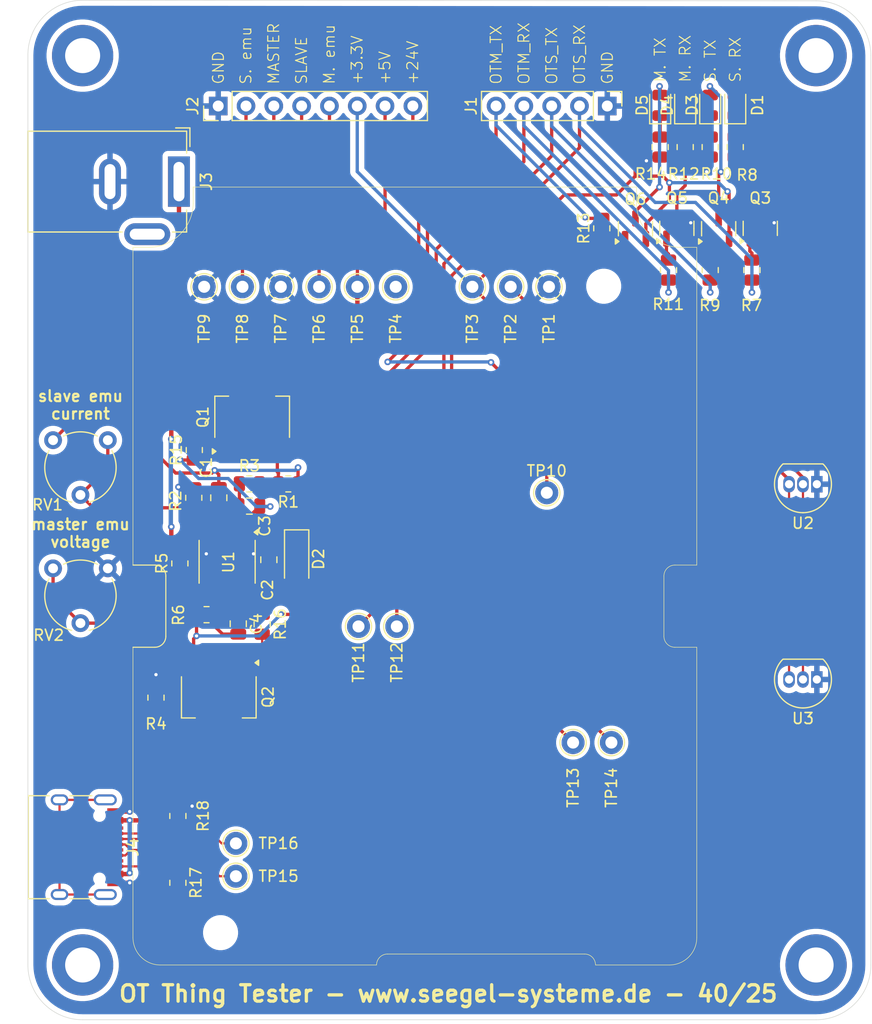
<source format=kicad_pcb>
(kicad_pcb (version 20241229) (generator "pcbnew") (generator_version "9.0")
  (layers (0 "F.Cu" signal) (2 "B.Cu" signal) (13 "F.Paste" user) (15 "B.Paste" user) (5 "F.SilkS" user "F.Silkscreen") (7 "B.SilkS" user "B.Silkscreen") (1 "F.Mask" user) (3 "B.Mask" user) (25 "Edge.Cuts" user))
  (net 0 "")
  (net 1 "Net-(D2-K)")
  (net 3 "+3.3V")
  (net 4 "+24V")
  (net 5 "Net-(Q1-B)")
  (net 6 "Net-(Q1-E)")
  (net 7 "Net-(U1B--)")
  (net 8 "/S_TEST")
  (net 9 "Net-(J1-Pin_4)")
  (net 10 "Net-(J1-Pin_3)")
  (net 11 "Net-(J1-Pin_2)")
  (net 12 "Net-(Q2-B)")
  (net 13 "/M_TEST")
  (net 14 "Net-(Q2-C-Pad2)")
  (net 15 "GND")
  (net 16 "Net-(U1A-+)")
  (net 17 "Net-(U1A--)")
  (net 18 "Net-(U1B-+)")
  (net 19 "Net-(J1-Pin_5)")
  (net 20 "Net-(D3-A)")
  (net 21 "Net-(D5-A)")
  (net 22 "+5V")
  (net 23 "/SLAVE+")
  (net 24 "/MASTER+")
  (net 25 "Net-(D1-K)")
  (net 26 "Net-(D3-K)")
  (net 27 "Net-(D4-K)")
  (net 28 "Net-(D5-K)")
  (net 29 "Net-(Q3-C)")
  (net 30 "Net-(Q3-B)")
  (net 31 "Net-(Q4-B)")
  (net 32 "Net-(Q5-B)")
  (net 33 "Net-(Q5-C)")
  (net 34 "Net-(Q6-B)")
  (net 35 "/DQ")
  (net 36 "+28V")
  (net 37 "Net-(C3-Pad2)")
  (net 38 "Net-(C4-Pad2)")
  (net 40 "Net-(J4-D+-PadA6)")
  (net 43 "Net-(J4-D--PadA7)")
  (net 44 "Net-(J4-CC1)")
  (net 45 "unconnected-(J4-SHIELD-PadS1)")
  (net 46 "Net-(J4-CC2)")
  (footprint "Resistor_SMD:R_0805_2012Metric" (layer "F.Cu") (at 124.8 113.1 -90)
    (property "Reference" "R16")
    (property "Value" "4k7")
  )
  (footprint "Library:TestPoint_THTPad_D2.0mm_Drill1.1mm" (layer "F.Cu") (at 123 82.3)
    (property "Reference" "TP8")
    (property "Value" "MASTER+")
  )
  (footprint "Resistor_SMD:R_0805_2012Metric" (layer "F.Cu") (at 165.728 69.5475 90)
    (property "Reference" "R10")
    (property "Value" "120")
  )
  (footprint "Connector_BarrelJack:BarrelJack_GCT_DCJ200-10-A_Horizontal" (layer "F.Cu") (at 117.2 72.7 -90)
    (property "Reference" "J3")
    (property "Value" "Barrel_Jack_Switch")
  )
  (footprint "Package_TO_SOT_SMD:SOT-23" (layer "F.Cu") (at 166.5 77 90)
    (property "Reference" "Q4")
    (property "Value" "BC857")
  )
  (footprint "Capacitor_SMD:C_0805_2012Metric" (layer "F.Cu") (at 125.41 107.212 90)
    (property "Reference" "C2")
    (property "Value" "100n")
  )
  (footprint "Library:TestPoint_THTPad_D2.0mm_Drill1.1mm" (layer "F.Cu") (at 150.8 101.1)
    (property "Reference" "TP10")
    (property "Value" "24V")
  )
  (footprint "Resistor_SMD:R_0805_2012Metric" (layer "F.Cu") (at 163.442 69.5475 90)
    (property "Reference" "R12")
    (property "Value" "120")
  )
  (footprint "LED_SMD:LED_0805_2012Metric" (layer "F.Cu") (at 161.156 65.7375 90)
    (property "Reference" "D5")
    (property "Value" "LED")
  )
  (footprint "Library:TestPoint_THTPad_D2.0mm_Drill1.1mm" (layer "F.Cu") (at 153.2 123.9)
    (property "Reference" "TP13")
    (property "Value" "OTS_TX")
  )
  (footprint "Package_TO_SOT_SMD:SOT-23" (layer "F.Cu") (at 158.9 77 90)
    (property "Reference" "Q6")
    (property "Value" "BC857")
  )
  (footprint "Resistor_SMD:R_0805_2012Metric" (layer "F.Cu") (at 115.1 119.8 90)
    (property "Reference" "R4")
    (property "Value" "100")
  )
  (footprint "MountingHole:MountingHole_2.7mm_M2.5" (layer "F.Cu") (at 156 82.25)
    (property "Reference" "H1" (hide yes))
    (property "Value" "MountingHole")
  )
  (footprint "Capacitor_SMD:C_0805_2012Metric" (layer "F.Cu") (at 123.632 102.32)
    (property "Reference" "C3")
    (property "Value" "47p")
  )
  (footprint "Diode_SMD:D_MiniMELF" (layer "F.Cu") (at 127.95 107.146 -90)
    (property "Reference" "D2")
    (property "Value" "3V3")
  )
  (footprint "Resistor_SMD:R_0805_2012Metric" (layer "F.Cu") (at 119.7185 112.226 180)
    (property "Reference" "R6")
    (property "Value" "2k2")
  )
  (footprint "LED_SMD:LED_0805_2012Metric" (layer "F.Cu") (at 165.728 65.7375 90)
    (property "Reference" "D3")
    (property "Value" "LED")
  )
  (footprint "Connector_PinHeader_2.54mm:PinHeader_1x05_P2.54mm_Vertical" (layer "F.Cu") (at 156.325 65.8 -90)
    (property "Reference" "J1")
    (property "Value" "Conn_01x05" (hide yes))
  )
  (footprint "Package_TO_SOT_SMD:SOT-223" (layer "F.Cu") (at 123.886 94.192 90)
    (property "Reference" "Q1")
    (property "Value" "BSP62")
  )
  (footprint "Library:TestPoint_THTPad_D2.0mm_Drill1.1mm" (layer "F.Cu") (at 144 82.3)
    (property "Reference" "TP3")
    (property "Value" "3.3V")
  )
  (footprint "Package_TO_SOT_SMD:SOT-23" (layer "F.Cu") (at 170.3 76.966 90)
    (property "Reference" "Q3")
    (property "Value" "BC847")
  )
  (footprint "Resistor_SMD:R_0805_2012Metric" (layer "F.Cu") (at 165.728 80.776 -90)
    (property "Reference" "R9")
    (property "Value" "4k7")
  )
  (footprint "MountingHole:MountingHole_3.2mm_M3_DIN965_Pad" (layer "F.Cu") (at 108.4 61.2)
    (property "Reference" "H3" (hide yes))
    (property "Value" "MountingHole" (hide yes))
  )
  (footprint "Resistor_SMD:R_0805_2012Metric" (layer "F.Cu") (at 127.188 100.288 180)
    (property "Reference" "R1")
    (property "Value" "22")
  )
  (footprint "Library:TestPoint_THTPad_D2.0mm_Drill1.1mm" (layer "F.Cu") (at 147.5 82.3)
    (property "Reference" "TP2")
    (property "Value" "1wire")
  )
  (footprint "MountingHole:MountingHole_3.2mm_M3_DIN965_Pad" (layer "F.Cu") (at 175.4 61.2)
    (property "Reference" "H4" (hide yes))
    (property "Value" "MountingHole" (hide yes))
  )
  (footprint "LED_SMD:LED_0805_2012Metric" (layer "F.Cu") (at 168.014 65.7375 90)
    (property "Reference" "D1")
    (property "Value" "LED")
  )
  (footprint "Resistor_SMD:R_0805_2012Metric" (layer "F.Cu") (at 168.014 69.5475 90)
    (property "Reference" "R8")
    (property "Value" "120")
  )
  (footprint "Library:TestPoint_THTPad_D2.0mm_Drill1.1mm" (layer "F.Cu") (at 137.1 113.3)
    (property "Reference" "TP12")
    (property "Value" "OTM_RX")
  )
  (footprint "Resistor_SMD:R_0805_2012Metric" (layer "F.Cu") (at 161.918 80.776 -90)
    (property "Reference" "R11")
    (property "Value" "4k7")
  )
  (footprint "MountingHole:MountingHole_3.2mm_M3_DIN965_Pad" (layer "F.Cu") (at 175.4 144.2)
    (property "Reference" "H6" (hide yes))
    (property "Value" "MountingHole" (hide yes))
  )
  (footprint "Library:TestPoint_THTPad_D2.0mm_Drill1.1mm" (layer "F.Cu") (at 122.4 136.1)
    (property "Reference" "TP15")
    (property "Value" "USB_DP")
  )
  (footprint "Library:TestPoint_THTPad_D2.0mm_Drill1.1mm" (layer "F.Cu") (at 133.6 113.3)
    (property "Reference" "TP11")
    (property "Value" "OTM_TX")
  )
  (footprint "Resistor_SMD:R_0805_2012Metric" (layer "F.Cu") (at 155.822 76.966 90)
    (property "Reference" "R13")
    (property "Value" "4k7")
  )
  (footprint "Library:TestPoint_THTPad_D2.0mm_Drill1.1mm" (layer "F.Cu") (at 137 82.3)
    (property "Reference" "TP4")
    (property "Value" "DI")
  )
  (footprint "Resistor_SMD:R_0805_2012Metric" (layer "F.Cu") (at 118.552 101.558 90)
    (property "Reference" "R2")
    (property "Value" "8k2")
  )
  (footprint "MountingHole:MountingHole_3.2mm_M3_DIN965_Pad" (layer "F.Cu") (at 108.4 144.2)
    (property "Reference" "H5" (hide yes))
    (property "Value" "MountingHole" (hide yes))
  )
  (footprint "MountingHole:MountingHole_2.7mm_M2.5" (layer "F.Cu") (at 121 141.25)
    (property "Reference" "H2" (hide yes))
    (property "Value" "MountingHole")
  )
  (footprint "Library:TestPoint_THTPad_D2.0mm_Drill1.1mm" (layer "F.Cu") (at 133.5 82.3)
    (property "Reference" "TP5")
    (property "Value" "5V")
  )
  (footprint "Package_TO_SOT_SMD:SOT-23" (layer "F.Cu") (at 162.68 76.966 90)
    (property "Reference" "Q5")
    (property "Value" "BC847")
  )
  (footprint "Package_SO:SO-8_3.9x4.9mm_P1.27mm" (layer "F.Cu") (at 121.6 107.4 -90)
    (property "Reference" "U1")
    (property "Value" "LM358")
  )
  (footprint "Resistor_SMD:R_0805_2012Metric" (layer "F.Cu") (at 123.632 100.288)
    (property "Reference" "R3")
    (property "Value" "2k2")
  )
  (footprint "Capacitor_SMD:C_0805_2012Metric" (layer "F.Cu") (at 122.616 113.054 90)
    (property "Reference" "C4")
    (property "Value" "47p")
  )
  (footprint "Capacitor_SMD:C_0805_2012Metric" (layer "F.Cu") (at 120.838 101.558 90)
    (property "Reference" "C1")
    (property "Value" "100n")
  )
  (footprint "Connector_USB:USB_C_Receptacle_HRO_TYPE-C-31-M-12" (layer "F.Cu") (at 107.34 133.45 -90)
    (property "Reference" "J4")
    (property "Value" "USB_C_Receptacle_USB2.0")
  )
  (footprint "Resistor_SMD:R_0805_2012Metric" (layer "F.Cu") (at 117.1 130.6 90)
    (property "Reference" "R18")
    (property "Value" "5k1")
  )
  (footprint "Package_TO_SOT_SMD:SOT-223" (layer "F.Cu") (at 120.838 119.744 -90)
    (property "Reference" "Q2")
    (property "Value" "BSP62")
  )
  (footprint "Potentiometer_THT:Potentiometer_Piher_PT-6-V_Vertical" (layer "F.Cu") (at 105.7 108 -90)
    (property "Reference" "RV2")
    (property "Value" "1k")
  )
  (footprint "Resistor_SMD:R_0805_2012Metric" (layer "F.Cu") (at 117.1 136.7 -90)
    (property "Reference" "R17")
    (property "Value" "5k1")
  )
  (footprint "Resistor_SMD:R_0805_2012Metric" (layer "F.Cu") (at 118.6 97.2 90)
    (property "Reference" "R15")
    (property "Value" "4k7")
  )
  (footprint "Library:TestPoint_THTPad_D2.0mm_Drill1.1mm" (layer "F.Cu") (at 151 82.3)
    (property "Reference" "TP1")
    (property "Value" "GND")
  )
  (footprint "Library:TestPoint_THTPad_D2.0mm_Drill1.1mm" (layer "F.Cu") (at 156.7 123.9)
    (property "Reference" "TP14")
    (property "Value" "OTS_RX")
  )
  (footprint "Resistor_SMD:R_0805_2012Metric" (layer "F.Cu") (at 161.156 69.5475 90)
    (property "Reference" "R14")
    (property "Value" "120")
  )
  (footprint "Resistor_SMD:R_0805_2012Metric" (layer "F.Cu") (at 169.538 80.776 -90)
    (property "Reference" "R7")
    (property "Value" "4k7")
  )
  (footprint "LED_SMD:LED_0805_2012Metric" (layer "F.Cu") (at 163.442 65.7375 90)
    (property "Reference" "D4")
    (property "Value" "LED")
  )
  (footprint "Connector_PinHeader_2.54mm:PinHeader_1x08_P2.54mm_Vertical" (layer "F.Cu") (at 120.785 65.8 90)
    (property "Reference" "J2")
    (property "Value" "Conn_01x08" (hide yes))
  )
  (footprint "Package_TO_SOT_THT:TO-92_Inline" (layer "F.Cu") (at 175.47 100.318 180)
    (property "Reference" "U2")
    (property "Value" "DS18B20")
  )
  (footprint "Library:TestPoint_THTPad_D2.0mm_Drill1.1mm" (layer "F.Cu") (at 130 82.3)
    (property "Reference" "TP6")
    (property "Value" "SLAVE+")
  )
  (footprint "Library:TestPoint_THTPad_D2.0mm_Drill1.1mm" (layer "F.Cu") (at 122.4 133.1)
    (property "Reference" "TP16")
    (property "Value" "USB_DM")
  )
  (footprint "Library:TestPoint_THTPad_D2.0mm_Drill1.1mm" (layer "F.Cu") (at 126.5 82.3)
    (property "Reference" "TP7")
    (property "Value" "SLAVE-")
  )
  (footprint "Library:TestPoint_THTPad_D2.0mm_Drill1.1mm" (layer "F.Cu") (at 119.5 82.3)
    (property "Reference" "TP9")
    (property "Value" "MASTER-")
  )
  (footprint "Package_TO_SOT_THT:TO-92_Inline" (layer "F.Cu") (at 175.47 118.14 180)
    (property "Reference" "U3")
    (property "Value" "DS18B20")
  )
  (footprint "Resistor_SMD:R_0805_2012Metric" (layer "F.Cu") (at 117.282 107.5505 90)
    (property "Reference" "R5")
    (property "Value" "330")
  )
  (footprint "Potentiometer_THT:Potentiometer_Piher_PT-6-V_Vertical" (layer "F.Cu") (at 105.7 96.3 -90)
    (property "Reference" "RV1")
    (property "Value" "1k")
  )
  (gr_line (start 164.5 78.7) (end 164.5 107.7) (stroke (width 0.05)) (layer "F.SilkS"))
  (gr_line (start 113 115.2) (end 113 141.7) (stroke (width 0.05)) (layer "F.SilkS"))
  (gr_line (start 163 78.7) (end 164.5 78.7) (stroke (width 0.05)) (layer "F.SilkS"))
  (gr_arc (start 116 114.2) (mid 115.707114 114.907114) (end 115 115.2) (stroke (width 0.1)) (layer "F.SilkS"))
  (gr_arc (start 118.5 74.7) (mid 117.305771 77.506513) (end 114.499262 78.700752) (stroke (width 0.05)) (layer "F.SilkS"))
  (gr_arc (start 162.5 115.2) (mid 161.792864 114.907136) (end 161.5 114.2) (stroke (width 0.05)) (layer "F.SilkS"))
  (gr_line (start 164.5 107.7) (end 162.5 107.7) (stroke (width 0.05)) (layer "F.SilkS"))
  (gr_line (start 113 107.7) (end 113 78.7) (stroke (width 0.05)) (layer "F.SilkS"))
  (gr_line (start 136.25 143.2) (end 154.25 143.2) (stroke (width 0.05)) (layer "F.SilkS"))
  (gr_line (start 118.5 73.2) (end 159 73.2) (stroke (width 0.05)) (layer "F.SilkS"))
  (gr_arc (start 115.5 144.2) (mid 113.732215 143.467785) (end 113 141.7) (stroke (width 0.05)) (layer "F.SilkS"))
  (gr_line (start 118.5 73.2) (end 118.5 74.7) (stroke (width 0.05)) (layer "F.SilkS"))
  (gr_line (start 164.5 141.7) (end 164.5 115.2) (stroke (width 0.05)) (layer "F.SilkS"))
  (gr_arc (start 161.5 108.7) (mid 161.792893 107.992893) (end 162.5 107.7) (stroke (width 0.05)) (layer "F.SilkS"))
  (gr_arc (start 163 78.7) (mid 160.171555 77.528445) (end 159 74.7) (stroke (width 0.05)) (layer "F.SilkS"))
  (gr_arc (start 135.25 144.2) (mid 135.542893 143.492893) (end 136.25 143.2) (stroke (width 0.05)) (layer "F.SilkS"))
  (gr_line (start 113 78.7) (end 114.499262 78.700752) (stroke (width 0.05)) (layer "F.SilkS"))
  (gr_line (start 116 114.2) (end 116 108.7) (stroke (width 0.1)) (layer "F.SilkS"))
  (gr_line (start 161.5 114.2) (end 161.5 108.7) (stroke (width 0.05)) (layer "F.SilkS"))
  (gr_arc (start 164.5 141.7) (mid 163.767776 143.467776) (end 162 144.2) (stroke (width 0.05)) (layer "F.SilkS"))
  (gr_line (start 113 107.7) (end 115 107.7) (stroke (width 0.1)) (layer "F.SilkS"))
  (gr_line (start 159 73.2) (end 159 74.7) (stroke (width 0.05)) (layer "F.SilkS"))
  (gr_line (start 115 115.2) (end 113 115.2) (stroke (width 0.1)) (layer "F.SilkS"))
  (gr_line (start 115.5 144.2) (end 135.25 144.2) (stroke (width 0.05)) (layer "F.SilkS"))
  (gr_line (start 155.25 144.2) (end 162 144.2) (stroke (width 0.05)) (layer "F.SilkS"))
  (gr_line (start 162.5 115.2) (end 164.5 115.2) (stroke (width 0.05)) (layer "F.SilkS"))
  (gr_arc (start 154.25 143.2) (mid 154.957077 143.492923) (end 155.25 144.2) (stroke (width 0.05)) (layer "F.SilkS"))
  (gr_arc (start 115 107.7) (mid 115.707089 107.992911) (end 116 108.7) (stroke (width 0.1)) (layer "F.SilkS"))
  (gr_arc (start 108.4 149.2) (mid 104.864466 147.735534) (end 103.4 144.2) (stroke (width 0.05)) (layer "Edge.Cuts"))
  (gr_line (start 108.4 56.15) (end 175.4 56.2) (stroke (width 0.05)) (layer "Edge.Cuts"))
  (gr_line (start 180.4 144.2) (end 180.4 61.2) (stroke (width 0.05)) (layer "Edge.Cuts"))
  (gr_line (start 103.4 144.2) (end 103.4 61.15) (stroke (width 0.05)) (layer "Edge.Cuts"))
  (gr_line (start 175.4 149.2) (end 108.4 149.2) (stroke (width 0.05)) (layer "Edge.Cuts"))
  (gr_arc (start 180.4 144.2) (mid 178.935534 147.735534) (end 175.4 149.2) (stroke (width 0.05)) (layer "Edge.Cuts"))
  (gr_arc (start 175.4 56.2) (mid 178.935534 57.664466) (end 180.4 61.2) (stroke (width 0.05)) (layer "Edge.Cuts"))
  (gr_arc (start 103.4 61.15) (mid 104.864466 57.614466) (end 108.4 56.15) (stroke (width 0.05)) (layer "Edge.Cuts"))
  (gr_text "+24V" (at 138.55 63.895 90) (layer "F.SilkS") (effects (font (size 1 1) (thickness 0.1)) (justify left)))
  (gr_text "M. TX" (at 161.156 63.7055 90) (layer "F.SilkS") (effects (font (size 1 1) (thickness 0.1)) (justify left)))
  (gr_text "master emu\nvoltage" (at 108.2 104.785 0) (layer "F.SilkS") (effects (font (size 1 1) (thickness 0.2) (bold yes))))
  (gr_text "S. TX" (at 165.728 63.7055 90) (layer "F.SilkS") (effects (font (size 1 1) (thickness 0.1)) (justify left)))
  (gr_text "M. RX" (at 163.442 63.7055 90) (layer "F.SilkS") (effects (font (size 1 1) (thickness 0.1)) (justify left)))
  (gr_text "GND" (at 156.33 63.895 90) (layer "F.SilkS") (effects (font (size 1 1) (thickness 0.1)) (justify left)))
  (gr_text "+5V" (at 136.01 63.895 90) (layer "F.SilkS") (effects (font (size 1 1) (thickness 0.1)) (justify left)))
  (gr_text "OTS_TX" (at 151.25 63.895 90) (layer "F.SilkS") (effects (font (size 1 1) (thickness 0.1)) (justify left)))
  (gr_text "GND" (at 120.8 63.895 90) (layer "F.SilkS") (effects (font (size 1 1) (thickness 0.1)) (justify left)))
  (gr_text "SLAVE" (at 128.39 63.895 90) (layer "F.SilkS") (effects (font (size 1 1) (thickness 0.1)) (justify left)))
  (gr_text "OTS_RX" (at 153.79 63.895 90) (layer "F.SilkS") (effects (font (size 1 1) (thickness 0.1)) (justify left)))
  (gr_text "S. RX" (at 168.014 63.7055 90) (layer "F.SilkS") (effects (font (size 1 1) (thickness 0.1)) (justify left)))
  (gr_text "+3.3V" (at 133.47 63.895 90) (layer "F.SilkS") (effects (font (size 1 1) (thickness 0.1)) (justify left)))
  (gr_text "OTM_TX" (at 146.17 63.895 90) (layer "F.SilkS") (effects (font (size 1 1) (thickness 0.1)) (justify left)))
  (gr_text "S. emu" (at 123.31 63.895 90) (layer "F.SilkS") (effects (font (size 1 1) (thickness 0.1)) (justify left)))
  (gr_text "M. emu" (at 130.93 63.895 90) (layer "F.SilkS") (effects (font (size 1 1) (thickness 0.1)) (justify left)))
  (gr_text "OTM_RX" (at 148.71 63.895 90) (layer "F.SilkS") (effects (font (size 1 1) (thickness 0.1)) (justify left)))
  (gr_text "slave emu\ncurrent" (at 108.2 93.085 0) (layer "F.SilkS") (effects (font (size 1 1) (thickness 0.2) (bold yes))))
  (gr_text "OT Thing Tester - www.seegel-systeme.de - 40/25\n" (at 141.8 147.7 0) (layer "F.SilkS") (effects (font (size 1.5 1.5) (thickness 0.3) (bold yes)) (justify bottom)))
  (gr_text "MASTER" (at 125.85 63.895 90) (layer "F.SilkS") (effects (font (size 1 1) (thickness 0.1)) (justify left)))
  (segment (start 120.21 99.3) (end 116.9 99.3) (width 0.3) (layer "F.Cu") (net 1))
  (segment (start 127.95 102.228) (end 127.95 105.396) (width 0.3) (layer "F.Cu") (net 1))
  (segment (start 128.077 100.2645) (end 128.1005 100.288) (width 0.3) (layer "F.Cu") (net 1))
  (segment (start 120.838 99.434) (end 120.457 99.053) (width 0.3) (layer "F.Cu") (net 1))
  (segment (start 120.457 99.053) (end 120.21 99.3) (width 0.3) (layer "F.Cu") (net 1))
  (segment (start 128.077 98.799) (end 128.077 100.2645) (width 0.3) (layer "F.Cu") (net 1))
  (segment (start 128.1005 100.288) (end 128.1005 102.0775) (width 0.3) (layer "F.Cu") (net 1))
  (segment (start 128.1005 102.0775) (end 127.95 102.228) (width 0.3) (layer "F.Cu") (net 1))
  (segment (start 107.8 94.2) (end 105.7 96.3) (width 0.3) (layer "F.Cu") (net 1))
  (segment (start 111.8 94.2) (end 107.8 94.2) (width 0.3) (layer "F.Cu") (net 1))
  (segment (start 120.838 100.608) (end 120.838 99.434) (width 0.3) (layer "F.Cu") (net 1))
  (segment (start 116.9 99.3) (end 111.8 94.2) (width 0.3) (layer "F.Cu") (net 1))
  (via (at 120.457 99.053) (size 0.6) (drill 0.3) (layers "F.Cu" "B.Cu") (net 1))
  (via (at 128.077 98.799) (size 0.6) (drill 0.3) (layers "F.Cu" "B.Cu") (net 1))
  (segment (start 127.823 99.053) (end 128.077 98.799) (width 0.3) (layer "B.Cu") (net 1))
  (segment (start 120.457 99.053) (end 127.823 99.053) (width 0.3) (layer "B.Cu") (net 1))
  (segment (start 172.93 118.14) (end 172.93 100.318) (width 0.2) (layer "F.Cu") (net 3))
  (segment (start 162 74.4) (end 162 72.8) (width 0.3) (layer "F.Cu") (net 3))
  (segment (start 144 82.3) (end 152.382 73.918) (width 0.3) (layer "F.Cu") (net 3))
  (segment (start 160.4 62.9) (end 162.5 62.9) (width 0.3) (layer "F.Cu") (net 3))
  (segment (start 162.5 62.9) (end 163.442 63.842) (width 0.3) (layer "F.Cu") (net 3))
  (segment (start 172.93 99.93) (end 172.93 100.318) (width 0.3) (layer "F.Cu") (net 3))
  (segment (start 168.014 63.814) (end 167.1 62.9) (width 0.3) (layer "F.Cu") (net 3))
  (segment (start 161.261273 97.4) (end 170.4 97.4) (width 0.3) (layer "F.Cu") (net 3))
  (segment (start 144 82.3) (end 149.08 87.38) (width 0.3) (layer "F.Cu") (net 3))
  (segment (start 164.384 62.9) (end 163.442 63.842) (width 0.3) (layer "F.Cu") (net 3))
  (segment (start 167.3 73.6) (end 167.45 73.75) (width 0.3) (layer "F.Cu") (net 3))
  (segment (start 158.87 64.43) (end 160.4 62.9) (width 0.3) (layer "F.Cu") (net 3))
  (segment (start 159.85 77.9375) (end 159.85 76.55) (width 0.3) (layer "F.Cu") (net 3))
  (segment (start 167.45 73.75) (end 167.45 77.9375) (width 0.3) (layer "F.Cu") (net 3))
  (segment (start 149.08 87.38) (end 151.241273 87.38) (width 0.3) (layer "F.Cu") (net 3))
  (segment (start 152.382 73.918) (end 157.164 73.918) (width 0.3) (layer "F.Cu") (net 3))
  (segment (start 151.241273 87.38) (end 161.261273 97.4) (width 0.3) (layer "F.Cu") (net 3))
  (segment (start 163.442 63.842) (end 163.442 64.8) (width 0.3) (layer "F.Cu") (net 3))
  (segment (start 162 72.8) (end 161.4 72.2) (width 0.3) (layer "F.Cu") (net 3))
  (segment (start 168.014 64.8) (end 168.014 63.814) (width 0.3) (layer "F.Cu") (net 3))
  (segment (start 159.85 76.55) (end 162 74.4) (width 0.3) (layer "F.Cu") (net 3))
  (segment (start 170.4 97.4) (end 172.93 99.93) (width 0.3) (layer "F.Cu") (net 3))
  (segment (start 157.164 73.918) (end 158.87 72.212) (width 0.3) (layer "F.Cu") (net 3))
  (segment (start 161.4 72.2) (end 158.87 72.2) (width 0.3) (layer "F.Cu") (net 3))
  (segment (start 167.1 62.9) (end 164.384 62.9) (width 0.3) (layer "F.Cu") (net 3))
  (segment (start 158.87 72.212) (end 158.87 72.2) (width 0.3) (layer "F.Cu") (net 3))
  (segment (start 158.87 72.2) (end 158.87 64.43) (width 0.3) (layer "F.Cu") (net 3))
  (via (at 167.3 73.6) (size 0.6) (drill 0.3) (layers "F.Cu" "B.Cu") (net 3))
  (via (at 162 72.8) (size 0.6) (drill 0.3) (layers "F.Cu" "B.Cu") (net 3))
  (segment (start 162 72.8) (end 166.5 72.8) (width 0.3) (layer "B.Cu") (net 3))
  (segment (start 166.5 72.8) (end 167.3 73.6) (width 0.3) (layer "B.Cu") (net 3))
  (segment (start 133.485 71.785) (end 144 82.3) (width 0.3) (layer "B.Cu") (net 3))
  (segment (start 133.485 65.8) (end 133.485 71.785) (width 0.3) (layer "B.Cu") (net 3))
  (segment (start 139.1 86.322) (end 139.1 76.1) (width 0.3) (layer "F.Cu") (net 4))
  (segment (start 145.7 89.2) (end 150.8 94.3) (width 0.3) (layer "F.Cu") (net 4))
  (segment (start 150.8 94.3) (end 150.8 101.1) (width 0.3) (layer "F.Cu") (net 4))
  (segment (start 138.565 75.565) (end 138.565 65.8) (width 0.3) (layer "F.Cu") (net 4))
  (segment (start 136.264 89.158) (end 139.1 86.322) (width 0.3) (layer "F.Cu") (net 4))
  (segment (start 139.1 76.1) (end 138.565 75.565) (width 0.3) (layer "F.Cu") (net 4))
  (via (at 136.264 89.158) (size 0.6) (drill 0.3) (layers "F.Cu" "B.Cu") (net 4))
  (via (at 145.7 89.2) (size 0.6) (drill 0.3) (layers "F.Cu" "B.Cu") (net 4))
  (segment (start 145.658 89.158) (end 145.7 89.2) (width 0.3) (layer "B.Cu") (net 4))
  (segment (start 136.264 89.158) (end 145.658 89.158) (width 0.3) (layer "B.Cu") (net 4))
  (segment (start 120.242 97.342) (end 121.586 97.342) (width 0.2) (layer "F.Cu") (net 5))
  (segment (start 118.6 96.2875) (end 119.1875 96.2875) (width 0.2) (layer "F.Cu") (net 5))
  (segment (start 119.1875 96.2875) (end 120.242 97.342) (width 0.2) (layer "F.Cu") (net 5))
  (segment (start 126.299 99.307) (end 126.2755 99.3305) (width 0.3) (layer "F.Cu") (net 6))
  (segment (start 124.5445 100.288) (end 126.2755 100.288) (width 0.3) (layer "F.Cu") (net 6))
  (segment (start 126.186 99.194) (end 126.299 99.307) (width 0.3) (layer "F.Cu") (net 6))
  (segment (start 126.2755 99.3305) (end 126.2755 100.288) (width 0.3) (layer "F.Cu") (net 6))
  (segment (start 126.186 97.342) (end 126.186 99.194) (width 0.3) (layer "F.Cu") (net 6))
  (segment (start 122.616 114.004) (end 121.184 114.004) (width 0.3) (layer "F.Cu") (net 7))
  (segment (start 120.965 109.975) (end 120.965 110.737) (width 0.3) (layer "F.Cu") (net 7))
  (segment (start 120.631 111.071) (end 120.631 112.226) (width 0.3) (layer "F.Cu") (net 7))
  (segment (start 121.184 114.004) (end 120.631 113.451) (width 0.3) (layer "F.Cu") (net 7))
  (segment (start 120.965 110.737) (end 120.631 111.071) (width 0.3) (layer "F.Cu") (net 7))
  (segment (start 120.631 113.451) (end 120.631 112.226) (width 0.3) (layer "F.Cu") (net 7))
  (segment (start 131.75 107.95) (end 131.75 78.25) (width 0.3) (layer "F.Cu") (net 8))
  (segment (start 127.5 112.2) (end 131.75 107.95) (width 0.3) (layer "F.Cu") (net 8))
  (segment (start 126.5 112.2) (end 127.5 112.2) (width 0.3) (layer "F.Cu") (net 8))
  (segment (start 118.806 112.226) (end 118.806 114.166) (width 0.3) (layer "F.Cu") (net 8))
  (segment (start 131.75 78.25) (end 130.945 77.445) (width 0.3) (layer "F.Cu") (net 8))
  (segment (start 130.945 77.445) (end 130.945 65.8) (width 0.3) (layer "F.Cu") (net 8))
  (segment (start 118.538 114.434) (end 118.538 116.594) (width 0.3) (layer "F.Cu") (net 8))
  (segment (start 118.806 114.166) (end 118.538 114.434) (width 0.3) (layer "F.Cu") (net 8))
  (via (at 126.5 112.2) (size 0.6) (drill 0.3) (layers "F.Cu" "B.Cu") (net 8))
  (via (at 118.806 114.166) (size 0.6) (drill 0.3) (layers "F.Cu" "B.Cu") (net 8))
  (segment (start 118.806 114.166) (end 124.534 114.166) (width 0.3) (layer "B.Cu") (net 8))
  (segment (start 124.534 114.166) (end 126.5 112.2) (width 0.3) (layer "B.Cu") (net 8))
  (segment (start 140.7 78.875) (end 148.705 70.87) (width 0.3) (layer "F.Cu") (net 9))
  (segment (start 137.1 113.3) (end 137.1 90.735) (width 0.3) (layer "F.Cu") (net 9))
  (segment (start 148.705 70.87) (end 148.705 65.8) (width 0.3) (layer "F.Cu") (net 9))
  (segment (start 137.1 90.735) (end 140.7 87.135) (width 0.3) (layer "F.Cu") (net 9))
  (segment (start 161.918 81.6885) (end 161.918 82.808) (width 0.3) (layer "F.Cu") (net 9))
  (segment (start 140.7 87.135) (end 140.7 78.875) (width 0.3) (layer "F.Cu") (net 9))
  (via (at 161.918 82.808) (size 0.6) (drill 0.3) (layers "F.Cu" "B.Cu") (net 9))
  (segment (start 148.705 67.605) (end 161.918 80.818) (width 0.3) (layer "B.Cu") (net 9))
  (segment (start 148.705 65.8) (end 148.705 67.605) (width 0.3) (layer "B.Cu") (net 9))
  (segment (start 161.918 80.818) (end 161.918 82.808) (width 0.3) (layer "B.Cu") (net 9))
  (segment (start 165.728 81.6885) (end 165.728 82.808) (width 0.3) (layer "F.Cu") (net 10))
  (segment (start 141.4 112.1) (end 141.4 80.2) (width 0.3) (layer "F.Cu") (net 10))
  (segment (start 153.2 123.9) (end 141.4 112.1) (width 0.3) (layer "F.Cu") (net 10))
  (segment (start 151.245 70.355) (end 151.245 65.8) (width 0.3) (layer "F.Cu") (net 10))
  (segment (start 141.4 80.2) (end 151.245 70.355) (width 0.3) (layer "F.Cu") (net 10))
  (via (at 165.728 82.808) (size 0.6) (drill 0.3) (layers "F.Cu" "B.Cu") (net 10))
  (segment (start 151.245 67.645) (end 165.728 82.128) (width 0.3) (layer "B.Cu") (net 10))
  (segment (start 151.245 65.8) (end 151.245 67.645) (width 0.3) (layer "B.Cu") (net 10))
  (segment (start 165.728 82.128) (end 165.728 82.808) (width 0.3) (layer "B.Cu") (net 10))
  (segment (start 156.7 123.9) (end 142.106 109.306) (width 0.3) (layer "F.Cu") (net 11))
  (segment (start 153.785 69.605) (end 153.785 65.8) (width 0.3) (layer "F.Cu") (net 11))
  (segment (start 142.106 81.284) (end 153.785 69.605) (width 0.3) (layer "F.Cu") (net 11))
  (segment (start 169.538 82.808) (end 169.538 81.6885) (width 0.3) (layer "F.Cu") (net 11))
  (segment (start 142.106 109.306) (end 142.106 81.284) (width 0.3) (layer "F.Cu") (net 11))
  (via (at 169.538 82.808) (size 0.6) (drill 0.3) (layers "F.Cu" "B.Cu") (net 11))
  (segment (start 169.538 79.76) (end 169.538 82.808) (width 0.3) (layer "B.Cu") (net 11))
  (segment (start 153.785 65.8) (end 153.785 67.685) (width 0.3) (layer "B.Cu") (net 11))
  (segment (start 153.785 67.685) (end 160.7 74.6) (width 0.3) (layer "B.Cu") (net 11))
  (segment (start 164.378 74.6) (end 169.538 79.76) (width 0.3) (layer "B.Cu") (net 11))
  (segment (start 160.7 74.6) (end 164.378 74.6) (width 0.3) (layer "B.Cu") (net 11))
  (segment (start 123.138 116.594) (end 123.706 116.594) (width 0.2) (layer "F.Cu") (net 12))
  (segment (start 124.8 115.5) (end 124.8 114.0125) (width 0.2) (layer "F.Cu") (net 12))
  (segment (start 123.706 116.594) (end 124.8 115.5) (width 0.2) (layer "F.Cu") (net 12))
  (segment (start 121.25 88.406) (end 123.886 91.042) (width 0.3) (layer "F.Cu") (net 13))
  (segment (start 123.325 65.8) (end 123.325 75.275) (width 0.3) (layer "F.Cu") (net 13))
  (segment (start 123.325 75.275) (end 121.25 77.35) (width 0.3) (layer "F.Cu") (net 13))
  (segment (start 121.25 77.35) (end 121.25 88.406) (width 0.3) (layer "F.Cu") (net 13))
  (segment (start 123.886 91.042) (end 123.886 97.342) (width 0.3) (layer "F.Cu") (net 13))
  (segment (start 117.2815 122.894) (end 115.1 120.7125) (width 0.3) (layer "F.Cu") (net 14))
  (segment (start 120.838 116.594) (end 120.838 122.894) (width 0.3) (layer "F.Cu") (net 14))
  (segment (start 120.838 122.894) (end 117.2815 122.894) (width 0.3) (layer "F.Cu") (net 14))
  (segment (start 163.63 76.778) (end 163.95 76.458) (width 0.3) (layer "F.Cu") (net 15))
  (segment (start 118.3875 129.6875) (end 118.4 129.7) (width 0.2) (layer "F.Cu") (net 15))
  (segment (start 161.156 70.46) (end 160.83 70.46) (width 0.3) (layer "F.Cu") (net 15))
  (segment (start 171.25 76.778) (end 171.57 76.458) (width 0.3) (layer "F.Cu") (net 15))
  (segment (start 160.24 70.46) (end 159.9 70.8) (width 0.3) (layer "F.Cu") (net 15))
  (segment (start 119.695 104.825) (end 119.695 106.673) (width 0.3) (layer "F.Cu") (net 15))
  (segment (start 161.156 70.46) (end 160.24 70.46) (width 0.3) (layer "F.Cu") (net 15))
  (segment (start 125.41 106.262) (end 124.424 106.262) (width 0.3) (layer "F.Cu") (net 15))
  (segment (start 111.385 130.2) (end 112.7 130.2) (width 0.4) (layer "F.Cu") (net 15))
  (segment (start 117.1 129.6875) (end 118.3875 129.6875) (width 0.2) (layer "F.Cu") (net 15))
  (segment (start 115 136.7) (end 112.7 136.7) (width 0.2) (layer "F.Cu") (net 15))
  (segment (start 115.1 118.8875) (end 115.1 117.7) (width 0.3) (layer "F.Cu") (net 15))
  (segment (start 115.9125 137.6125) (end 115 136.7) (width 0.2) (layer "F.Cu") (net 15))
  (segment (start 118.552 100.6455) (end 117.2235 100.6455) (width 0.3) (layer "F.Cu") (net 15))
  (segment (start 124.424 106.262) (end 124.013 106.673) (width 0.3) (layer "F.Cu") (net 15))
  (segment (start 117.1 137.6125) (end 115.9125 137.6125) (width 0.2) (layer "F.Cu") (net 15))
  (segment (start 111.385 136.7) (end 112.7 136.7) (width 0.4) (layer "F.Cu") (net 15))
  (segment (start 171.25 77.9035) (end 171.25 76.778) (width 0.3) (layer "F.Cu") (net 15))
  (segment (start 165.728 71.472) (end 165.4 71.8) (width 0.3) (layer "F.Cu") (net 15))
  (segment (start 165.728 70.46) (end 165.728 71.472) (width 0.3) (layer "F.Cu") (net 15))
  (segment (start 117.2235 100.6455) (end 117.155 100.577) (width 0.3) (layer "F.Cu") (net 15))
  (segment (start 163.63 77.9035) (end 163.63 76.778) (width 0.3) (layer "F.Cu") (net 15))
  (via (at 115.1 117.7) (size 0.6) (drill 0.3) (layers "F.Cu" "B.Cu") (net 15))
  (via (at 171.57 76.458) (size 0.6) (drill 0.3) (layers "F.Cu" "B.Cu") (net 15))
  (via (at 112.7 136.7) (size 0.6) (drill 0.3) (layers "F.Cu" "B.Cu") (net 15))
  (via (at 163.95 76.458) (size 0.6) (drill 0.3) (layers "F.Cu" "B.Cu") (net 15))
  (via (at 159.9 70.8) (size 0.6) (drill 0.3) (layers "F.Cu" "B.Cu") (net 15))
  (via (at 117.155 100.577) (size 0.6) (drill 0.3) (layers "F.Cu" "B.Cu") (net 15))
  (via (at 119.695 106.673) (size 0.6) (drill 0.3) (layers "F.Cu" "B.Cu") (net 15))
  (via (at 112.7 130.2) (size 0.6) (drill 0.3) (layers "F.Cu" "B.Cu") (net 15))
  (via (at 165.4 71.8) (size 0.6) (drill 0.3) (layers "F.Cu" "B.Cu") (net 15))
  (via (at 124.013 106.673) (size 0.6) (drill 0.3) (layers "F.Cu" "B.Cu") (net 15))
  (via (at 118.4 129.7) (size 0.6) (drill 0.3) (layers "F.Cu" "B.Cu") (net 15))
  (segment (start 110.7 96.3) (end 110.7 98.8) (width 0.3) (layer "F.Cu") (net 16))
  (segment (start 120.838 102.736) (end 120.965 102.863) (width 0.3) (layer "F.Cu") (net 16))
  (segment (start 120.965 102.863) (end 120.965 104.825) (width 0.3) (layer "F.Cu") (net 16))
  (segment (start 118.5895 102.508) (end 118.552 102.4705) (width 0.3) (layer "F.Cu") (net 16))
  (segment (start 109.3705 102.4705) (end 108.2 101.3) (width 0.3) (layer "F.Cu") (net 16))
  (segment (start 120.838 102.508) (end 120.838 102.736) (width 0.3) (layer "F.Cu") (net 16))
  (segment (start 118.552 102.4705) (end 109.3705 102.4705) (width 0.3) (layer "F.Cu") (net 16))
  (segment (start 120.838 102.508) (end 118.5895 102.508) (width 0.3) (layer "F.Cu") (net 16))
  (segment (start 110.7 98.8) (end 108.2 101.3) (width 0.3) (layer "F.Cu") (net 16))
  (segment (start 122.7195 100.288) (end 122.7195 102.2825) (width 0.3) (layer "F.Cu") (net 17))
  (segment (start 122.682 102.924) (end 122.235 103.371) (width 0.3) (layer "F.Cu") (net 17))
  (segment (start 122.7195 102.2825) (end 122.682 102.32) (width 0.3) (layer "F.Cu") (net 17))
  (segment (start 122.235 103.371) (end 122.235 104.825) (width 0.3) (layer "F.Cu") (net 17))
  (segment (start 122.682 102.32) (end 122.682 102.924) (width 0.3) (layer "F.Cu") (net 17))
  (segment (start 117.282 108.463) (end 118.056 108.463) (width 0.2) (layer "F.Cu") (net 18))
  (segment (start 119.568 109.975) (end 118.679 109.086) (width 0.2) (layer "F.Cu") (net 18))
  (segment (start 114.5 113) (end 117.282 110.218) (width 0.3) (layer "F.Cu") (net 18))
  (segment (start 119.695 109.975) (end 119.568 109.975) (width 0.2) (layer "F.Cu") (net 18))
  (segment (start 117.282 110.218) (end 117.282 108.463) (width 0.3) (layer "F.Cu") (net 18))
  (segment (start 105.7 110.5) (end 108.2 113) (width 0.3) (layer "F.Cu") (net 18))
  (segment (start 118.056 108.463) (end 118.679 109.086) (width 0.2) (layer "F.Cu") (net 18))
  (segment (start 105.7 108) (end 105.7 110.5) (width 0.3) (layer "F.Cu") (net 18))
  (segment (start 108.2 113) (end 114.5 113) (width 0.3) (layer "F.Cu") (net 18))
  (segment (start 155.822 76.0535) (end 154.4015 76.0535) (width 0.3) (layer "F.Cu") (net 19))
  (segment (start 133.6 113.3) (end 135.4 111.5) (width 0.3) (layer "F.Cu") (net 19))
  (segment (start 139.9 77.135) (end 146.165 70.87) (width 0.3) (layer "F.Cu") (net 19))
  (segment (start 139.9 86.665) (end 139.9 77.135) (width 0.3) (layer "F.Cu") (net 19))
  (segment (start 154.4015 76.0535) (end 154.298 75.95) (width 0.3) (layer "F.Cu") (net 19))
  (segment (start 135.4 111.5) (end 135.4 91.165) (width 0.3) (layer "F.Cu") (net 19))
  (segment (start 146.165 70.87) (end 146.165 65.8) (width 0.3) (layer "F.Cu") (net 19))
  (segment (start 135.4 91.165) (end 139.9 86.665) (width 0.3) (layer "F.Cu") (net 19))
  (via (at 154.298 75.95) (size 0.6) (drill 0.3) (layers "F.Cu" "B.Cu") (net 19))
  (segment (start 154.298 75.698) (end 154.298 75.95) (width 0.3) (layer "B.Cu") (net 19))
  (segment (start 146.165 65.8) (end 146.165 67.565) (width 0.3) (layer "B.Cu") (net 19))
  (segment (start 146.165 67.565) (end 154.298 75.698) (width 0.3) (layer "B.Cu") (net 19))
  (segment (start 165.7 64.772) (end 165.728 64.8) (width 0.3) (layer "F.Cu") (net 20))
  (segment (start 166.5 72) (end 166.7 71.8) (width 0.3) (layer "F.Cu") (net 20))
  (segment (start 166.5 76.0625) (end 166.5 72) (width 0.3) (layer "F.Cu") (net 20))
  (segment (start 165.7 64) (end 165.7 64.772) (width 0.3) (layer "F.Cu") (net 20))
  (via (at 166.7 71.8) (size 0.6) (drill 0.3) (layers "F.Cu" "B.Cu") (net 20))
  (via (at 165.7 64) (size 0.6) (drill 0.3) (layers "F.Cu" "B.Cu") (net 20))
  (segment (start 166.7 71.8) (end 166.7 65) (width 0.3) (layer "B.Cu") (net 20))
  (segment (start 166.7 65) (end 165.7 64) (width 0.3) (layer "B.Cu") (net 20))
  (segment (start 161.1 73.2) (end 158.9 75.4) (width 0.3) (layer "F.Cu") (net 21))
  (segment (start 158.9 75.4) (end 158.9 76.0625) (width 0.3) (layer "F.Cu") (net 21))
  (segment (start 161.156 64.8) (end 161.156 64.056) (width 0.3) (layer "F.Cu") (net 21))
  (segment (start 161.156 64.056) (end 161.1 64) (width 0.3) (layer "F.Cu") (net 21))
  (via (at 161.1 73.2) (size 0.6) (drill 0.3) (layers "F.Cu" "B.Cu") (net 21))
  (via (at 161.1 64) (size 0.6) (drill 0.3) (layers "F.Cu" "B.Cu") (net 21))
  (segment (start 161.1 73.2) (end 161.1 64) (width 0.3) (layer "B.Cu") (net 21))
  (segment (start 112.6 135.9) (end 112.7 135.8) (width 0.4) (layer "F.Cu") (net 22))
  (segment (start 114.7 129.4) (end 117.1 127) (width 0.4) (layer "F.Cu") (net 22))
  (segment (start 136.025 75.7725) (end 136.025 65.8) (width 0.3) (layer "F.Cu") (net 22))
  (segment (start 112.7 131) (end 111.385 131) (width 0.4) (layer "F.Cu") (net 22))
  (segment (start 133.5 109.2) (end 133.5 82.3) (width 0.4) (layer "F.Cu") (net 22))
  (segment (start 114.1 131) (end 114.7 130.4) (width 0.4) (layer "F.Cu") (net 22))
  (segment (start 125 127) (end 128.8 123.2) (width 0.4) (layer "F.Cu") (net 22))
  (segment (start 133.5 82.3) (end 133.5 78.2975) (width 0.3) (layer "F.Cu") (net 22))
  (segment (start 117.1 127) (end 125 127) (width 0.4) (layer "F.Cu") (net 22))
  (segment (start 114.7 130.4) (end 114.7 129.4) (width 0.4) (layer "F.Cu") (net 22))
  (segment (start 112.7 131) (end 114.1 131) (width 0.4) (layer "F.Cu") (net 22))
  (segment (start 133.5 78.2975) (end 136.025 75.7725) (width 0.3) (layer "F.Cu") (net 22))
  (segment (start 111.385 135.9) (end 112.6 135.9) (width 0.4) (layer "F.Cu") (net 22))
  (segment (start 128.8 123.2) (end 128.8 113.9) (width 0.4) (layer "F.Cu") (net 22))
  (segment (start 128.8 113.9) (end 133.5 109.2) (width 0.4) (layer "F.Cu") (net 22))
  (via (at 112.7 131) (size 0.6) (drill 0.3) (layers "F.Cu" "B.Cu") (net 22))
  (via (at 112.7 135.8) (size 0.6) (drill 0.3) (layers "F.Cu" "B.Cu") (net 22))
  (segment (start 112.7 135.8) (end 112.7 131) (width 0.4) (layer "B.Cu") (net 22))
  (segment (start 130 82.3) (end 130 78.195) (width 0.3) (layer "F.Cu") (net 23))
  (segment (start 128.405 76.6) (end 128.405 65.8) (width 0.3) (layer "F.Cu") (net 23))
  (segment (start 130 78.195) (end 128.405 76.6) (width 0.3) (layer "F.Cu") (net 23))
  (segment (start 123 79.435) (end 125.865 76.57) (width 0.3) (layer "F.Cu") (net 24))
  (segment (start 123 82.3) (end 123 79.435) (width 0.3) (layer "F.Cu") (net 24))
  (segment (start 125.865 76.57) (end 125.865 65.8) (width 0.3) (layer "F.Cu") (net 24))
  (segment (start 168.014 66.675) (end 168.014 68.635) (width 0.3) (layer "F.Cu") (net 25))
  (segment (start 165.728 66.675) (end 165.728 68.635) (width 0.3) (layer "F.Cu") (net 26))
  (segment (start 163.442 66.675) (end 163.442 68.635) (width 0.3) (layer "F.Cu") (net 27))
  (segment (start 161.156 68.635) (end 161.156 66.675) (width 0.3) (layer "F.Cu") (net 28))
  (segment (start 168.014 70.46) (end 168.34 70.46) (width 0.3) (layer "F.Cu") (net 29))
  (segment (start 168.014 72.214) (end 168.014 70.46) (width 0.3) (layer "F.Cu") (net 29))
  (segment (start 170.3 76.0285) (end 170.3 74.5) (width 0.3) (layer "F.Cu") (net 29))
  (segment (start 170.3 74.5) (end 168.014 72.214) (width 0.3) (layer "F.Cu") (net 29))
  (segment (start 169.538 79.238) (end 169.35 79.05) (width 0.3) (layer "F.Cu") (net 30))
  (segment (start 169.538 79.8635) (end 169.538 79.238) (width 0.3) (layer "F.Cu") (net 30))
  (segment (start 169.35 79.05) (end 169.35 77.9035) (width 0.3) (layer "F.Cu") (net 30))
  (segment (start 165.728 79.328) (end 165.55 79.15) (width 0.3) (layer "F.Cu") (net 31))
  (segment (start 165.728 79.8635) (end 165.728 79.328) (width 0.3) (layer "F.Cu") (net 31))
  (segment (start 165.55 79.15) (end 165.55 77.9375) (width 0.3) (layer "F.Cu") (net 31))
  (segment (start 161.918 79.8635) (end 161.918 79.318) (width 0.3) (layer "F.Cu") (net 32))
  (segment (start 161.73 79.13) (end 161.73 77.9035) (width 0.3) (layer "F.Cu") (net 32))
  (segment (start 161.918 79.318) (end 161.73 79.13) (width 0.3) (layer "F.Cu") (net 32))
  (segment (start 162.68 76.0285) (end 162.68 73.82) (width 0.3) (layer "F.Cu") (net 33))
  (segment (start 162.68 73.82) (end 163.442 73.058) (width 0.3) (layer "F.Cu") (net 33))
  (segment (start 163.442 73.058) (end 163.442 70.46) (width 0.3) (layer "F.Cu") (net 33))
  (segment (start 157.95 77.9375) (end 155.881 77.9375) (width 0.3) (layer "F.Cu") (net 34))
  (segment (start 155.881 77.9375) (end 155.822 77.8785) (width 0.3) (layer "F.Cu") (net 34))
  (segment (start 170.982 96.5) (end 174.2 99.718) (width 0.3) (layer "F.Cu") (net 35))
  (segment (start 174.2 118.14) (end 174.2 100.318) (width 0.2) (layer "F.Cu") (net 35))
  (segment (start 161.7 96.5) (end 170.982 96.5) (width 0.3) (layer "F.Cu") (net 35))
  (segment (start 147.5 82.3) (end 161.7 96.5) (width 0.3) (layer "F.Cu") (net 35))
  (segment (start 174.2 99.718) (end 174.2 100.318) (width 0.3) (layer "F.Cu") (net 35))
  (segment (start 117.2 82.5) (end 116.5 83.2) (width 0.4) (layer "F.Cu") (net 36))
  (segment (start 123.505 108.705) (end 122.997 108.197) (width 0.3) (layer "F.Cu") (net 36))
  (segment (start 116.5 105.856) (end 117.282 106.638) (width 0.4) (layer "F.Cu") (net 36))
  (segment (start 118.39 106.638) (end 117.282 106.638) (width 0.3) (layer "F.Cu") (net 36))
  (segment (start 116.5 83.2) (end 116.5 96.2) (width 0.4) (layer "F.Cu") (net 36))
  (segment (start 124.048 108.162) (end 125.41 108.162) (width 0.3) (layer "F.Cu") (net 36))
  (segment (start 126.144 108.896) (end 125.41 108.162) (width 0.3) (layer "F.Cu") (net 36))
  (segment (start 116.5 104.2) (end 116.5 105.856) (width 0.4) (layer "F.Cu") (net 36))
  (segment (start 127.95 108.896) (end 126.144 108.896) (width 0.3) (layer "F.Cu") (net 36))
  (segment (start 117.2 72.7) (end 117.2 82.5) (width 0.4) (layer "F.Cu") (net 36))
  (segment (start 123.505 109.975) (end 123.505 108.705) (width 0.3) (layer "F.Cu") (net 36))
  (segment (start 122.997 108.197) (end 119.949 108.197) (width 0.3) (layer "F.Cu") (net 36))
  (segment (start 119.949 108.197) (end 118.39 106.638) (width 0.3) (layer "F.Cu") (net 36))
  (segment (start 123.505 108.705) (end 124.048 108.162) (width 0.3) (layer "F.Cu") (net 36))
  (via (at 116.5 104.2) (size 0.6) (drill 0.3) (layers "F.Cu" "B.Cu") (net 36))
  (via (at 116.5 96.2) (size 0.6) (drill 0.3) (layers "F.Cu" "B.Cu") (net 36))
  (segment (start 116.5 96.2) (end 116.454 96.246) (width 0.4) (layer "B.Cu") (net 36))
  (segment (start 116.454 104.154) (end 116.5 104.2) (width 0.4) (layer "B.Cu") (net 36))
  (segment (start 116.454 96.246) (end 116.454 104.154) (width 0.4) (layer "B.Cu") (net 36))
  (segment (start 117.3125 98.1125) (end 118.6 98.1125) (width 0.3) (layer "F.Cu") (net 37))
  (segment (start 123.759 103.371) (end 123.505 103.625) (width 0.3) (layer "F.Cu") (net 37))
  (segment (start 117.3 98.1) (end 117.3125 98.1125) (width 0.3) (layer "F.Cu") (net 37))
  (segment (start 125.537 102.355) (end 124.617 102.355) (width 0.3) (layer "F.Cu") (net 37))
  (segment (start 123.759 103.143) (end 123.759 103.371) (width 0.3) (layer "F.Cu") (net 37))
  (segment (start 124.617 102.355) (end 124.582 102.32) (width 0.3) (layer "F.Cu") (net 37))
  (segment (start 123.505 103.625) (end 123.505 104.825) (width 0.3) (layer "F.Cu") (net 37))
  (segment (start 124.582 102.32) (end 123.759 103.143) (width 0.3) (layer "F.Cu") (net 37))
  (via (at 117.3 98.1) (size 0.6) (drill 0.3) (layers "F.Cu" "B.Cu") (net 37))
  (via (at 125.537 102.355) (size 0.6) (drill 0.3) (layers "F.Cu" "B.Cu") (net 37))
  (segment (start 119 99.8) (end 121.7 99.8) (width 0.3) (layer "B.Cu") (net 37))
  (segment (start 124.255 102.355) (end 125.537 102.355) (width 0.3) (layer "B.Cu") (net 37))
  (segment (start 121.7 99.8) (end 124.255 102.355) (width 0.3) (layer "B.Cu") (net 37))
  (segment (start 117.3 98.1) (end 119 99.8) (width 0.3) (layer "B.Cu") (net 37))
  (segment (start 122.616 111.118) (end 122.616 112.104) (width 0.3) (layer "F.Cu") (net 38))
  (segment (start 122.235 110.737) (end 122.616 111.118) (width 0.3) (layer "F.Cu") (net 38))
  (segment (start 124.7165 112.104) (end 124.8 112.1875) (width 0.3) (layer "F.Cu") (net 38))
  (segment (start 122.235 109.975) (end 122.235 110.737) (width 0.3) (layer "F.Cu") (net 38))
  (segment (start 122.616 112.104) (end 124.7165 112.104) (width 0.3) (layer "F.Cu") (net 38))
  (segment (start 118.5 133.7) (end 120.9 136.1) (width 0.2) (layer "F.Cu") (net 40))
  (segment (start 112.8 133.7) (end 118.5 133.7) (width 0.2) (layer "F.Cu") (net 40))
  (segment (start 111.385 133.2) (end 112.3 133.2) (width 0.2) (layer "F.Cu") (net 40))
  (segment (start 112.3 133.2) (end 112.8 133.7) (width 0.2) (layer "F.Cu") (net 40))
  (segment (start 112.3 134.2) (end 112.8 133.7) (width 0.2) (layer "F.Cu") (net 40))
  (segment (start 111.385 134.2) (end 112.3 134.2) (width 0.2) (layer "F.Cu") (net 40))
  (segment (start 120.9 136.1) (end 122.4 136.1) (width 0.2) (layer "F.Cu") (net 40))
  (segment (start 110.2 133.5) (end 110.2 132.9) (width 0.2) (layer "F.Cu") (net 43))
  (segment (start 120.7 132.7) (end 121.1 133.1) (width 0.2) (layer "F.Cu") (net 43))
  (segment (start 110.4 133.7) (end 110.2 133.5) (width 0.2) (layer "F.Cu") (net 43))
  (segment (start 111.385 132.7) (end 120.7 132.7) (width 0.2) (layer "F.Cu") (net 43))
  (segment (start 111.385 133.7) (end 110.4 133.7) (width 0.2) (layer "F.Cu") (net 43))
  (segment (start 110.2 132.9) (end 110.4 132.7) (width 0.2) (layer "F.Cu") (net 43))
  (segment (start 121.1 133.1) (end 122.4 133.1) (width 0.2) (layer "F.Cu") (net 43))
  (segment (start 110.4 132.7) (end 111.385 132.7) (width 0.2) (layer "F.Cu") (net 43))
  (segment (start 111.385 132.2) (end 116.4125 132.2) (width 0.2) (layer "F.Cu") (net 44))
  (segment (start 116.4125 132.2) (end 117.1 131.5125) (width 0.2) (layer "F.Cu") (net 44))
  (segment (start 110.47 129.13) (end 106.29 129.13) (width 0.2) (layer "F.Cu") (net 45))
  (segment (start 106.29 137.77) (end 110.47 137.77) (width 0.2) (layer "F.Cu") (net 45))
  (segment (start 106.29 129.13) (end 106.29 137.77) (width 0.2) (layer "F.Cu") (net 45))
  (segment (start 116.5125 135.2) (end 117.1 135.7875) (width 0.2) (layer "F.Cu") (net 46))
  (segment (start 111.385 135.2) (end 116.5125 135.2) (width 0.2) (layer "F.Cu") (net 46))
  (zone (net 15) (net_name "GND") (layer "B.Cu") (connect_pads (clearance 0.5)) (min_thickness 0.25) (fill yes (thermal_gap 0.5) (thermal_bridge_width 0.5))
    (polygon (pts (xy 103.285 56.245) (xy 103.285 149.61) (xy 180.515 149.61) (xy 180.515 56.245)))
  )
)
</source>
